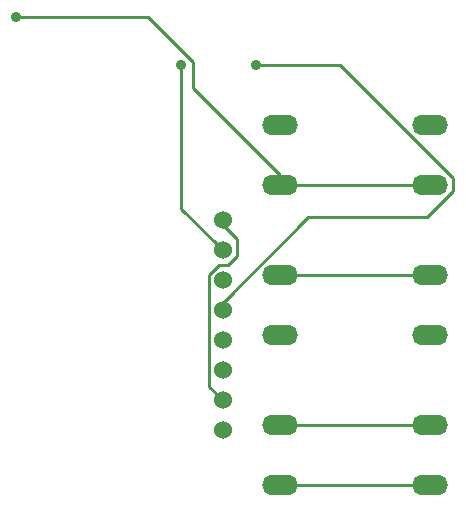
<source format=gtl>
G04 #@! TF.FileFunction,Copper,L1,Top,Signal*
%FSLAX46Y46*%
G04 Gerber Fmt 4.6, Leading zero omitted, Abs format (unit mm)*
G04 Created by KiCad (PCBNEW 4.0.2-4+6225~38~ubuntu14.04.1-stable) date Tue 08 Mar 2016 14:25:17 CET*
%MOMM*%
G01*
G04 APERTURE LIST*
%ADD10C,0.150000*%
%ADD11C,1.524000*%
%ADD12O,3.048000X1.727200*%
%ADD13C,0.889000*%
%ADD14C,0.254000*%
G04 APERTURE END LIST*
D10*
D11*
X221716600Y-165570400D03*
X221716600Y-163030400D03*
X221716600Y-160490400D03*
X221716600Y-157950400D03*
X221716600Y-155410400D03*
X221716600Y-152870400D03*
X221716600Y-150330400D03*
X221716600Y-147790400D03*
D12*
X239268000Y-139700000D03*
X239268000Y-144780000D03*
X226568000Y-139700000D03*
X226568000Y-144780000D03*
X239268000Y-152400000D03*
X239268000Y-157480000D03*
X226568000Y-152400000D03*
X226568000Y-157480000D03*
X239268000Y-165100000D03*
X239268000Y-170180000D03*
X226568000Y-165100000D03*
X226568000Y-170180000D03*
D13*
X204216000Y-130586300D03*
X224536000Y-134620000D03*
X218186000Y-134620000D03*
D14*
X221716600Y-147790400D02*
X221717000Y-147790000D01*
X221307000Y-148200000D02*
X221511800Y-147995200D01*
X221511800Y-147995200D02*
X221716600Y-147790400D01*
X220567500Y-161881300D02*
X221716600Y-163030400D01*
X220567500Y-152391700D02*
X220567500Y-161881300D01*
X221358800Y-151600400D02*
X220567500Y-152391700D01*
X222144300Y-151600400D02*
X221358800Y-151600400D01*
X222930300Y-150814400D02*
X222144300Y-151600400D01*
X222930300Y-149413700D02*
X222930300Y-150814400D01*
X221511800Y-147995200D02*
X222930300Y-149413700D01*
X226568000Y-170180000D02*
X239268000Y-170180000D01*
X239268000Y-144780000D02*
X226568000Y-144780000D01*
X226568000Y-144780000D02*
X226568000Y-143986700D01*
X226568000Y-143986700D02*
X226568000Y-143961000D01*
X215363000Y-130586300D02*
X204216000Y-130586300D01*
X219185200Y-134408500D02*
X215363000Y-130586300D01*
X219185200Y-136603900D02*
X219185200Y-134408500D01*
X226568000Y-143986700D02*
X219185200Y-136603900D01*
X221678000Y-155448000D02*
X221697500Y-155429000D01*
X221698000Y-155429000D02*
X221716600Y-155410400D01*
X221697500Y-155429000D02*
X221698000Y-155429000D01*
X221697500Y-155429000D02*
X221717000Y-155410000D01*
X231607700Y-134620000D02*
X224536000Y-134620000D01*
X241197100Y-144209400D02*
X231607700Y-134620000D01*
X241197100Y-145324500D02*
X241197100Y-144209400D01*
X238980100Y-147541500D02*
X241197100Y-145324500D01*
X228950900Y-147541500D02*
X238980100Y-147541500D01*
X221717000Y-154775400D02*
X228950900Y-147541500D01*
X221717000Y-155410000D02*
X221717000Y-154775400D01*
X226568000Y-152400000D02*
X239268000Y-152400000D01*
X239268000Y-165100000D02*
X226568000Y-165100000D01*
X221512000Y-150125500D02*
X221717000Y-150330000D01*
X221716600Y-150330100D02*
X221716600Y-150330400D01*
X221512000Y-150125500D02*
X221716600Y-150330100D01*
X221307000Y-149921000D02*
X221512000Y-150125500D01*
X218186000Y-146800000D02*
X221307000Y-149921000D01*
X218186000Y-134620000D02*
X218186000Y-146800000D01*
M02*

</source>
